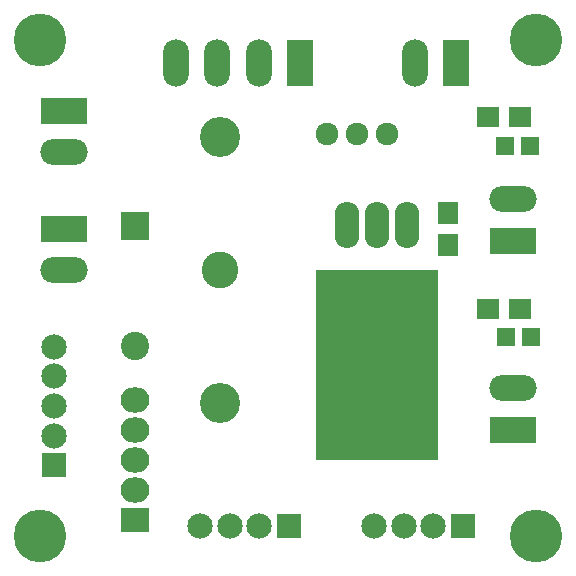
<source format=gbr>
G04 #@! TF.FileFunction,Soldermask,Top*
%FSLAX46Y46*%
G04 Gerber Fmt 4.6, Leading zero omitted, Abs format (unit mm)*
G04 Created by KiCad (PCBNEW 4.0.5) date Thu Feb 16 15:21:35 2017*
%MOMM*%
%LPD*%
G01*
G04 APERTURE LIST*
%ADD10C,0.100000*%
%ADD11R,2.150000X2.150000*%
%ADD12C,2.150000*%
%ADD13O,2.099260X3.900120*%
%ADD14R,10.400000X16.150000*%
%ADD15C,1.924000*%
%ADD16C,3.400000*%
%ADD17C,3.100000*%
%ADD18R,4.000000X2.200000*%
%ADD19O,4.000000X2.200000*%
%ADD20C,2.398980*%
%ADD21R,2.398980X2.398980*%
%ADD22R,1.598880X1.598880*%
%ADD23R,2.432000X2.127200*%
%ADD24O,2.432000X2.127200*%
%ADD25R,1.900000X1.700000*%
%ADD26R,1.700000X1.900000*%
%ADD27R,2.200000X4.000000*%
%ADD28O,2.200000X4.000000*%
%ADD29C,4.464000*%
G04 APERTURE END LIST*
D10*
D11*
X125050000Y-95175000D03*
D12*
X122550000Y-95175000D03*
X120050000Y-95175000D03*
X117550000Y-95175000D03*
D13*
X132550000Y-69636000D03*
X135090000Y-69636000D03*
X130010000Y-69636000D03*
D14*
X132550000Y-81550000D03*
D15*
X135550000Y-83136000D03*
X135550000Y-81136000D03*
X135550000Y-79136000D03*
X135550000Y-77136000D03*
X135550000Y-75136000D03*
X133550000Y-77136000D03*
X133550000Y-75136000D03*
X133550000Y-79136000D03*
X133550000Y-81136000D03*
X133550000Y-83136000D03*
X131550000Y-75136000D03*
X129550000Y-79136000D03*
X131550000Y-79136000D03*
X131550000Y-77136000D03*
X129550000Y-75136000D03*
X129550000Y-77136000D03*
X129550000Y-81136000D03*
X131550000Y-83136000D03*
X131550000Y-81136000D03*
X129550000Y-83136000D03*
X135550000Y-85136000D03*
X135550000Y-87636000D03*
X129550000Y-85136000D03*
X129550000Y-87636000D03*
D16*
X119250000Y-84750000D03*
X119250000Y-62250000D03*
D17*
X119250000Y-73500000D03*
D18*
X144000000Y-87000000D03*
D19*
X144000000Y-83500000D03*
D11*
X139775000Y-95175000D03*
D12*
X137275000Y-95175000D03*
X134775000Y-95175000D03*
X132275000Y-95175000D03*
D11*
X105200000Y-90000000D03*
D12*
X105200000Y-87500000D03*
X105200000Y-85000000D03*
X105200000Y-82500000D03*
X105200000Y-80000000D03*
D20*
X112007620Y-79910000D03*
D21*
X112007620Y-69750000D03*
D22*
X143450980Y-79150000D03*
X145549020Y-79150000D03*
X143401960Y-63000000D03*
X145500000Y-63000000D03*
D23*
X112000000Y-94620000D03*
D24*
X112000000Y-92080000D03*
X112000000Y-89540000D03*
X112000000Y-87000000D03*
X112000000Y-84460000D03*
D25*
X141900000Y-76750000D03*
X144600000Y-76750000D03*
X141900000Y-60500000D03*
X144600000Y-60500000D03*
D15*
X130790000Y-62000000D03*
X128250000Y-62000000D03*
X133330000Y-62000000D03*
D26*
X138500000Y-71350000D03*
X138500000Y-68650000D03*
D18*
X106000000Y-60000000D03*
D19*
X106000000Y-63500000D03*
D18*
X106000000Y-70000000D03*
D19*
X106000000Y-73500000D03*
D27*
X126000000Y-56000000D03*
D28*
X122500000Y-56000000D03*
X119000000Y-56000000D03*
X115500000Y-56000000D03*
D27*
X139250000Y-56000000D03*
D28*
X135750000Y-56000000D03*
D18*
X144000000Y-71000000D03*
D19*
X144000000Y-67500000D03*
D29*
X104000000Y-96000000D03*
X104000000Y-54000000D03*
X146000000Y-96000000D03*
X146000000Y-54000000D03*
M02*

</source>
